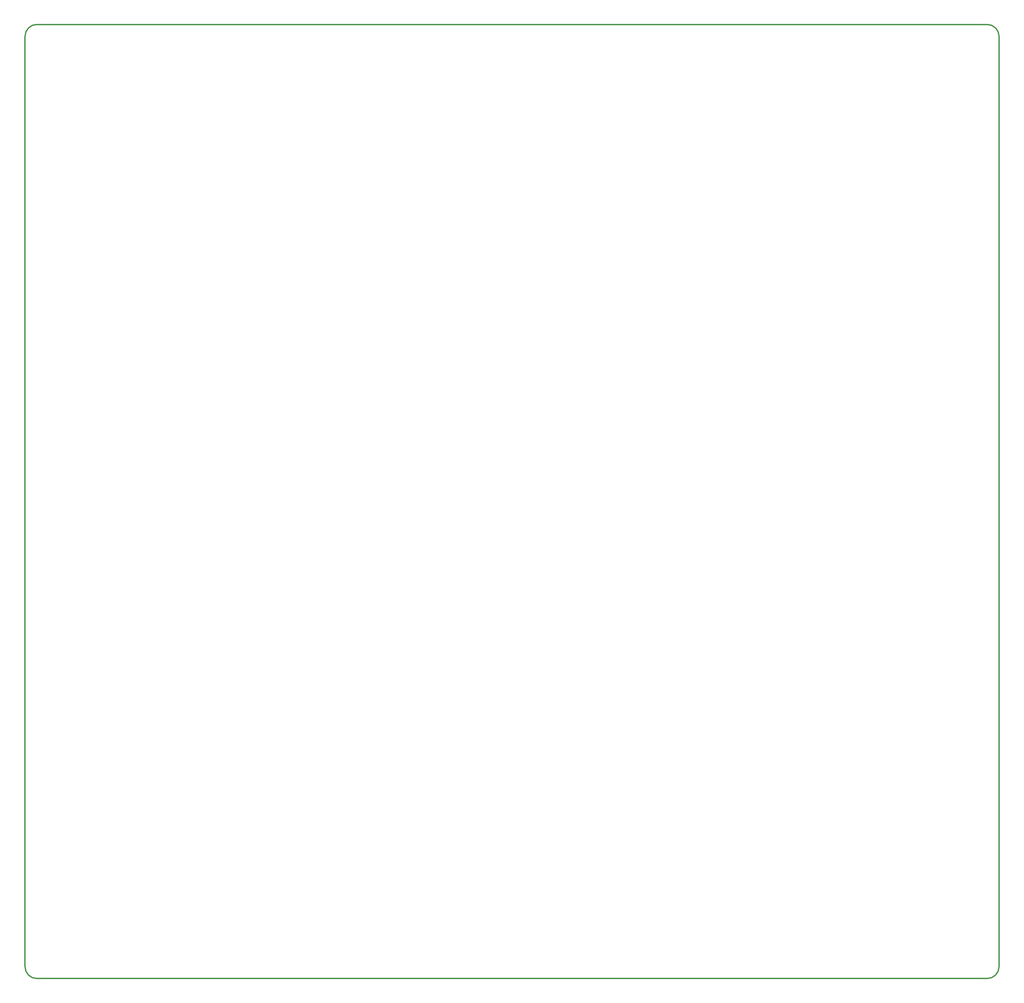
<source format=gm1>
G04 #@! TF.GenerationSoftware,KiCad,Pcbnew,(5.1.5-0-10_14)*
G04 #@! TF.CreationDate,2020-09-21T14:52:23+09:00*
G04 #@! TF.ProjectId,retro_clock,72657472-6f5f-4636-9c6f-636b2e6b6963,rev?*
G04 #@! TF.SameCoordinates,Original*
G04 #@! TF.FileFunction,Profile,NP*
%FSLAX46Y46*%
G04 Gerber Fmt 4.6, Leading zero omitted, Abs format (unit mm)*
G04 Created by KiCad (PCBNEW (5.1.5-0-10_14)) date 2020-09-21 14:52:23*
%MOMM*%
%LPD*%
G04 APERTURE LIST*
%ADD10C,0.300000*%
G04 APERTURE END LIST*
D10*
X274000000Y-34000000D02*
G75*
G02X277000000Y-37000000I0J-3000000D01*
G01*
X277000000Y-271000000D02*
G75*
G02X274000000Y-274000000I-3000000J0D01*
G01*
X35000000Y-274000000D02*
G75*
G02X32000000Y-271000000I0J3000000D01*
G01*
X32000000Y-37000000D02*
G75*
G02X35000000Y-34000000I3000000J0D01*
G01*
X32000000Y-271000000D02*
X32000000Y-37000000D01*
X277000000Y-37000000D02*
X277000000Y-271000000D01*
X274000000Y-34000000D02*
X35000000Y-34000000D01*
X35000000Y-274000000D02*
X274000000Y-274000000D01*
M02*

</source>
